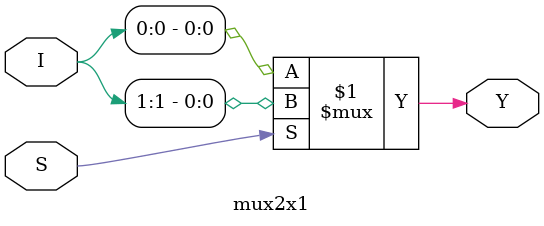
<source format=v>
module mux2x1(I,S,Y);

input [1:0]I;
input S;
output Y;

assign Y=S?I[1]:I[0];

endmodule
</source>
